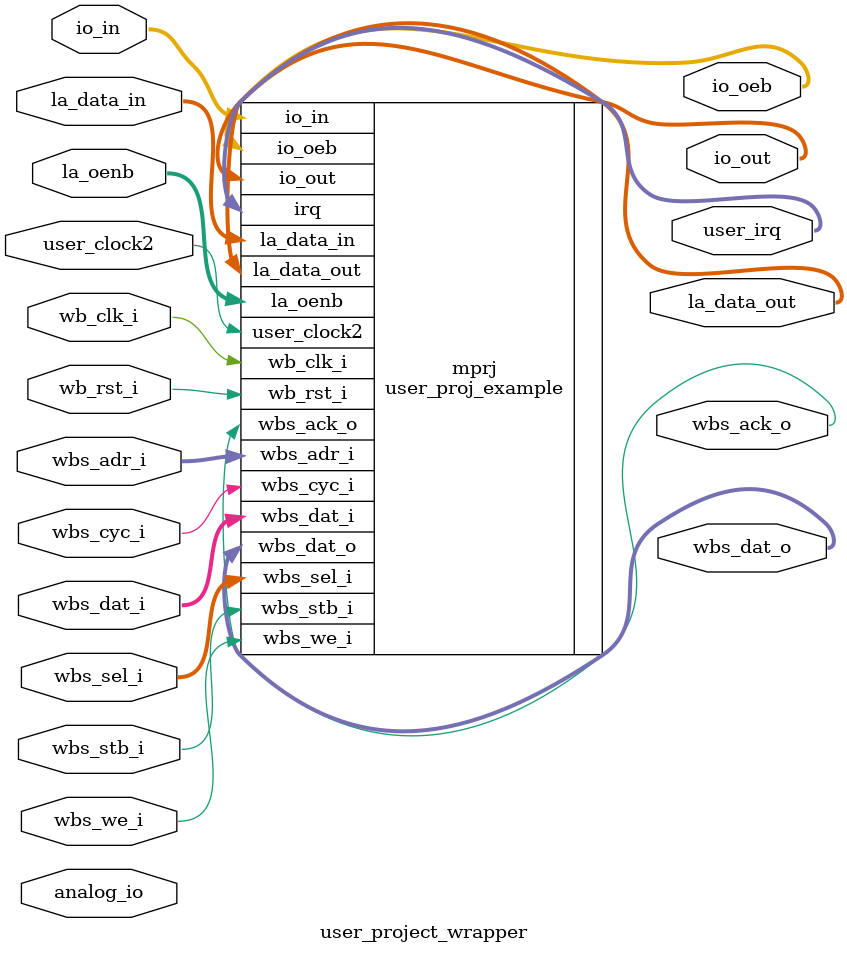
<source format=v>
module user_project_wrapper (user_clock2,
    wb_clk_i,
    wb_rst_i,
    wbs_ack_o,
    wbs_cyc_i,
    wbs_stb_i,
    wbs_we_i,
    analog_io,
    io_in,
    io_oeb,
    io_out,
    la_data_in,
    la_data_out,
    la_oenb,
    user_irq,
    wbs_adr_i,
    wbs_dat_i,
    wbs_dat_o,
    wbs_sel_i);
 input user_clock2;
 input wb_clk_i;
 input wb_rst_i;
 output wbs_ack_o;
 input wbs_cyc_i;
 input wbs_stb_i;
 input wbs_we_i;
 inout [28:0] analog_io;
 input [37:0] io_in;
 output [37:0] io_oeb;
 output [37:0] io_out;
 input [127:0] la_data_in;
 output [127:0] la_data_out;
 input [127:0] la_oenb;
 output [2:0] user_irq;
 input [31:0] wbs_adr_i;
 input [31:0] wbs_dat_i;
 output [31:0] wbs_dat_o;
 input [3:0] wbs_sel_i;


 user_proj_example mprj (.user_clock2(user_clock2),
    .wb_clk_i(wb_clk_i),
    .wb_rst_i(wb_rst_i),
    .wbs_ack_o(wbs_ack_o),
    .wbs_cyc_i(wbs_cyc_i),
    .wbs_stb_i(wbs_stb_i),
    .wbs_we_i(wbs_we_i),
    .io_in({io_in[37],
    io_in[36],
    io_in[35],
    io_in[34],
    io_in[33],
    io_in[32],
    io_in[31],
    io_in[30],
    io_in[29],
    io_in[28],
    io_in[27],
    io_in[26],
    io_in[25],
    io_in[24],
    io_in[23],
    io_in[22],
    io_in[21],
    io_in[20],
    io_in[19],
    io_in[18],
    io_in[17],
    io_in[16],
    io_in[15],
    io_in[14],
    io_in[13],
    io_in[12],
    io_in[11],
    io_in[10],
    io_in[9],
    io_in[8],
    io_in[7],
    io_in[6],
    io_in[5],
    io_in[4],
    io_in[3],
    io_in[2],
    io_in[1],
    io_in[0]}),
    .io_oeb({io_oeb[37],
    io_oeb[36],
    io_oeb[35],
    io_oeb[34],
    io_oeb[33],
    io_oeb[32],
    io_oeb[31],
    io_oeb[30],
    io_oeb[29],
    io_oeb[28],
    io_oeb[27],
    io_oeb[26],
    io_oeb[25],
    io_oeb[24],
    io_oeb[23],
    io_oeb[22],
    io_oeb[21],
    io_oeb[20],
    io_oeb[19],
    io_oeb[18],
    io_oeb[17],
    io_oeb[16],
    io_oeb[15],
    io_oeb[14],
    io_oeb[13],
    io_oeb[12],
    io_oeb[11],
    io_oeb[10],
    io_oeb[9],
    io_oeb[8],
    io_oeb[7],
    io_oeb[6],
    io_oeb[5],
    io_oeb[4],
    io_oeb[3],
    io_oeb[2],
    io_oeb[1],
    io_oeb[0]}),
    .io_out({io_out[37],
    io_out[36],
    io_out[35],
    io_out[34],
    io_out[33],
    io_out[32],
    io_out[31],
    io_out[30],
    io_out[29],
    io_out[28],
    io_out[27],
    io_out[26],
    io_out[25],
    io_out[24],
    io_out[23],
    io_out[22],
    io_out[21],
    io_out[20],
    io_out[19],
    io_out[18],
    io_out[17],
    io_out[16],
    io_out[15],
    io_out[14],
    io_out[13],
    io_out[12],
    io_out[11],
    io_out[10],
    io_out[9],
    io_out[8],
    io_out[7],
    io_out[6],
    io_out[5],
    io_out[4],
    io_out[3],
    io_out[2],
    io_out[1],
    io_out[0]}),
    .irq({user_irq[2],
    user_irq[1],
    user_irq[0]}),
    .la_data_in({la_data_in[127],
    la_data_in[126],
    la_data_in[125],
    la_data_in[124],
    la_data_in[123],
    la_data_in[122],
    la_data_in[121],
    la_data_in[120],
    la_data_in[119],
    la_data_in[118],
    la_data_in[117],
    la_data_in[116],
    la_data_in[115],
    la_data_in[114],
    la_data_in[113],
    la_data_in[112],
    la_data_in[111],
    la_data_in[110],
    la_data_in[109],
    la_data_in[108],
    la_data_in[107],
    la_data_in[106],
    la_data_in[105],
    la_data_in[104],
    la_data_in[103],
    la_data_in[102],
    la_data_in[101],
    la_data_in[100],
    la_data_in[99],
    la_data_in[98],
    la_data_in[97],
    la_data_in[96],
    la_data_in[95],
    la_data_in[94],
    la_data_in[93],
    la_data_in[92],
    la_data_in[91],
    la_data_in[90],
    la_data_in[89],
    la_data_in[88],
    la_data_in[87],
    la_data_in[86],
    la_data_in[85],
    la_data_in[84],
    la_data_in[83],
    la_data_in[82],
    la_data_in[81],
    la_data_in[80],
    la_data_in[79],
    la_data_in[78],
    la_data_in[77],
    la_data_in[76],
    la_data_in[75],
    la_data_in[74],
    la_data_in[73],
    la_data_in[72],
    la_data_in[71],
    la_data_in[70],
    la_data_in[69],
    la_data_in[68],
    la_data_in[67],
    la_data_in[66],
    la_data_in[65],
    la_data_in[64],
    la_data_in[63],
    la_data_in[62],
    la_data_in[61],
    la_data_in[60],
    la_data_in[59],
    la_data_in[58],
    la_data_in[57],
    la_data_in[56],
    la_data_in[55],
    la_data_in[54],
    la_data_in[53],
    la_data_in[52],
    la_data_in[51],
    la_data_in[50],
    la_data_in[49],
    la_data_in[48],
    la_data_in[47],
    la_data_in[46],
    la_data_in[45],
    la_data_in[44],
    la_data_in[43],
    la_data_in[42],
    la_data_in[41],
    la_data_in[40],
    la_data_in[39],
    la_data_in[38],
    la_data_in[37],
    la_data_in[36],
    la_data_in[35],
    la_data_in[34],
    la_data_in[33],
    la_data_in[32],
    la_data_in[31],
    la_data_in[30],
    la_data_in[29],
    la_data_in[28],
    la_data_in[27],
    la_data_in[26],
    la_data_in[25],
    la_data_in[24],
    la_data_in[23],
    la_data_in[22],
    la_data_in[21],
    la_data_in[20],
    la_data_in[19],
    la_data_in[18],
    la_data_in[17],
    la_data_in[16],
    la_data_in[15],
    la_data_in[14],
    la_data_in[13],
    la_data_in[12],
    la_data_in[11],
    la_data_in[10],
    la_data_in[9],
    la_data_in[8],
    la_data_in[7],
    la_data_in[6],
    la_data_in[5],
    la_data_in[4],
    la_data_in[3],
    la_data_in[2],
    la_data_in[1],
    la_data_in[0]}),
    .la_data_out({la_data_out[127],
    la_data_out[126],
    la_data_out[125],
    la_data_out[124],
    la_data_out[123],
    la_data_out[122],
    la_data_out[121],
    la_data_out[120],
    la_data_out[119],
    la_data_out[118],
    la_data_out[117],
    la_data_out[116],
    la_data_out[115],
    la_data_out[114],
    la_data_out[113],
    la_data_out[112],
    la_data_out[111],
    la_data_out[110],
    la_data_out[109],
    la_data_out[108],
    la_data_out[107],
    la_data_out[106],
    la_data_out[105],
    la_data_out[104],
    la_data_out[103],
    la_data_out[102],
    la_data_out[101],
    la_data_out[100],
    la_data_out[99],
    la_data_out[98],
    la_data_out[97],
    la_data_out[96],
    la_data_out[95],
    la_data_out[94],
    la_data_out[93],
    la_data_out[92],
    la_data_out[91],
    la_data_out[90],
    la_data_out[89],
    la_data_out[88],
    la_data_out[87],
    la_data_out[86],
    la_data_out[85],
    la_data_out[84],
    la_data_out[83],
    la_data_out[82],
    la_data_out[81],
    la_data_out[80],
    la_data_out[79],
    la_data_out[78],
    la_data_out[77],
    la_data_out[76],
    la_data_out[75],
    la_data_out[74],
    la_data_out[73],
    la_data_out[72],
    la_data_out[71],
    la_data_out[70],
    la_data_out[69],
    la_data_out[68],
    la_data_out[67],
    la_data_out[66],
    la_data_out[65],
    la_data_out[64],
    la_data_out[63],
    la_data_out[62],
    la_data_out[61],
    la_data_out[60],
    la_data_out[59],
    la_data_out[58],
    la_data_out[57],
    la_data_out[56],
    la_data_out[55],
    la_data_out[54],
    la_data_out[53],
    la_data_out[52],
    la_data_out[51],
    la_data_out[50],
    la_data_out[49],
    la_data_out[48],
    la_data_out[47],
    la_data_out[46],
    la_data_out[45],
    la_data_out[44],
    la_data_out[43],
    la_data_out[42],
    la_data_out[41],
    la_data_out[40],
    la_data_out[39],
    la_data_out[38],
    la_data_out[37],
    la_data_out[36],
    la_data_out[35],
    la_data_out[34],
    la_data_out[33],
    la_data_out[32],
    la_data_out[31],
    la_data_out[30],
    la_data_out[29],
    la_data_out[28],
    la_data_out[27],
    la_data_out[26],
    la_data_out[25],
    la_data_out[24],
    la_data_out[23],
    la_data_out[22],
    la_data_out[21],
    la_data_out[20],
    la_data_out[19],
    la_data_out[18],
    la_data_out[17],
    la_data_out[16],
    la_data_out[15],
    la_data_out[14],
    la_data_out[13],
    la_data_out[12],
    la_data_out[11],
    la_data_out[10],
    la_data_out[9],
    la_data_out[8],
    la_data_out[7],
    la_data_out[6],
    la_data_out[5],
    la_data_out[4],
    la_data_out[3],
    la_data_out[2],
    la_data_out[1],
    la_data_out[0]}),
    .la_oenb({la_oenb[127],
    la_oenb[126],
    la_oenb[125],
    la_oenb[124],
    la_oenb[123],
    la_oenb[122],
    la_oenb[121],
    la_oenb[120],
    la_oenb[119],
    la_oenb[118],
    la_oenb[117],
    la_oenb[116],
    la_oenb[115],
    la_oenb[114],
    la_oenb[113],
    la_oenb[112],
    la_oenb[111],
    la_oenb[110],
    la_oenb[109],
    la_oenb[108],
    la_oenb[107],
    la_oenb[106],
    la_oenb[105],
    la_oenb[104],
    la_oenb[103],
    la_oenb[102],
    la_oenb[101],
    la_oenb[100],
    la_oenb[99],
    la_oenb[98],
    la_oenb[97],
    la_oenb[96],
    la_oenb[95],
    la_oenb[94],
    la_oenb[93],
    la_oenb[92],
    la_oenb[91],
    la_oenb[90],
    la_oenb[89],
    la_oenb[88],
    la_oenb[87],
    la_oenb[86],
    la_oenb[85],
    la_oenb[84],
    la_oenb[83],
    la_oenb[82],
    la_oenb[81],
    la_oenb[80],
    la_oenb[79],
    la_oenb[78],
    la_oenb[77],
    la_oenb[76],
    la_oenb[75],
    la_oenb[74],
    la_oenb[73],
    la_oenb[72],
    la_oenb[71],
    la_oenb[70],
    la_oenb[69],
    la_oenb[68],
    la_oenb[67],
    la_oenb[66],
    la_oenb[65],
    la_oenb[64],
    la_oenb[63],
    la_oenb[62],
    la_oenb[61],
    la_oenb[60],
    la_oenb[59],
    la_oenb[58],
    la_oenb[57],
    la_oenb[56],
    la_oenb[55],
    la_oenb[54],
    la_oenb[53],
    la_oenb[52],
    la_oenb[51],
    la_oenb[50],
    la_oenb[49],
    la_oenb[48],
    la_oenb[47],
    la_oenb[46],
    la_oenb[45],
    la_oenb[44],
    la_oenb[43],
    la_oenb[42],
    la_oenb[41],
    la_oenb[40],
    la_oenb[39],
    la_oenb[38],
    la_oenb[37],
    la_oenb[36],
    la_oenb[35],
    la_oenb[34],
    la_oenb[33],
    la_oenb[32],
    la_oenb[31],
    la_oenb[30],
    la_oenb[29],
    la_oenb[28],
    la_oenb[27],
    la_oenb[26],
    la_oenb[25],
    la_oenb[24],
    la_oenb[23],
    la_oenb[22],
    la_oenb[21],
    la_oenb[20],
    la_oenb[19],
    la_oenb[18],
    la_oenb[17],
    la_oenb[16],
    la_oenb[15],
    la_oenb[14],
    la_oenb[13],
    la_oenb[12],
    la_oenb[11],
    la_oenb[10],
    la_oenb[9],
    la_oenb[8],
    la_oenb[7],
    la_oenb[6],
    la_oenb[5],
    la_oenb[4],
    la_oenb[3],
    la_oenb[2],
    la_oenb[1],
    la_oenb[0]}),
    .wbs_adr_i({wbs_adr_i[31],
    wbs_adr_i[30],
    wbs_adr_i[29],
    wbs_adr_i[28],
    wbs_adr_i[27],
    wbs_adr_i[26],
    wbs_adr_i[25],
    wbs_adr_i[24],
    wbs_adr_i[23],
    wbs_adr_i[22],
    wbs_adr_i[21],
    wbs_adr_i[20],
    wbs_adr_i[19],
    wbs_adr_i[18],
    wbs_adr_i[17],
    wbs_adr_i[16],
    wbs_adr_i[15],
    wbs_adr_i[14],
    wbs_adr_i[13],
    wbs_adr_i[12],
    wbs_adr_i[11],
    wbs_adr_i[10],
    wbs_adr_i[9],
    wbs_adr_i[8],
    wbs_adr_i[7],
    wbs_adr_i[6],
    wbs_adr_i[5],
    wbs_adr_i[4],
    wbs_adr_i[3],
    wbs_adr_i[2],
    wbs_adr_i[1],
    wbs_adr_i[0]}),
    .wbs_dat_i({wbs_dat_i[31],
    wbs_dat_i[30],
    wbs_dat_i[29],
    wbs_dat_i[28],
    wbs_dat_i[27],
    wbs_dat_i[26],
    wbs_dat_i[25],
    wbs_dat_i[24],
    wbs_dat_i[23],
    wbs_dat_i[22],
    wbs_dat_i[21],
    wbs_dat_i[20],
    wbs_dat_i[19],
    wbs_dat_i[18],
    wbs_dat_i[17],
    wbs_dat_i[16],
    wbs_dat_i[15],
    wbs_dat_i[14],
    wbs_dat_i[13],
    wbs_dat_i[12],
    wbs_dat_i[11],
    wbs_dat_i[10],
    wbs_dat_i[9],
    wbs_dat_i[8],
    wbs_dat_i[7],
    wbs_dat_i[6],
    wbs_dat_i[5],
    wbs_dat_i[4],
    wbs_dat_i[3],
    wbs_dat_i[2],
    wbs_dat_i[1],
    wbs_dat_i[0]}),
    .wbs_dat_o({wbs_dat_o[31],
    wbs_dat_o[30],
    wbs_dat_o[29],
    wbs_dat_o[28],
    wbs_dat_o[27],
    wbs_dat_o[26],
    wbs_dat_o[25],
    wbs_dat_o[24],
    wbs_dat_o[23],
    wbs_dat_o[22],
    wbs_dat_o[21],
    wbs_dat_o[20],
    wbs_dat_o[19],
    wbs_dat_o[18],
    wbs_dat_o[17],
    wbs_dat_o[16],
    wbs_dat_o[15],
    wbs_dat_o[14],
    wbs_dat_o[13],
    wbs_dat_o[12],
    wbs_dat_o[11],
    wbs_dat_o[10],
    wbs_dat_o[9],
    wbs_dat_o[8],
    wbs_dat_o[7],
    wbs_dat_o[6],
    wbs_dat_o[5],
    wbs_dat_o[4],
    wbs_dat_o[3],
    wbs_dat_o[2],
    wbs_dat_o[1],
    wbs_dat_o[0]}),
    .wbs_sel_i({wbs_sel_i[3],
    wbs_sel_i[2],
    wbs_sel_i[1],
    wbs_sel_i[0]}));
endmodule


</source>
